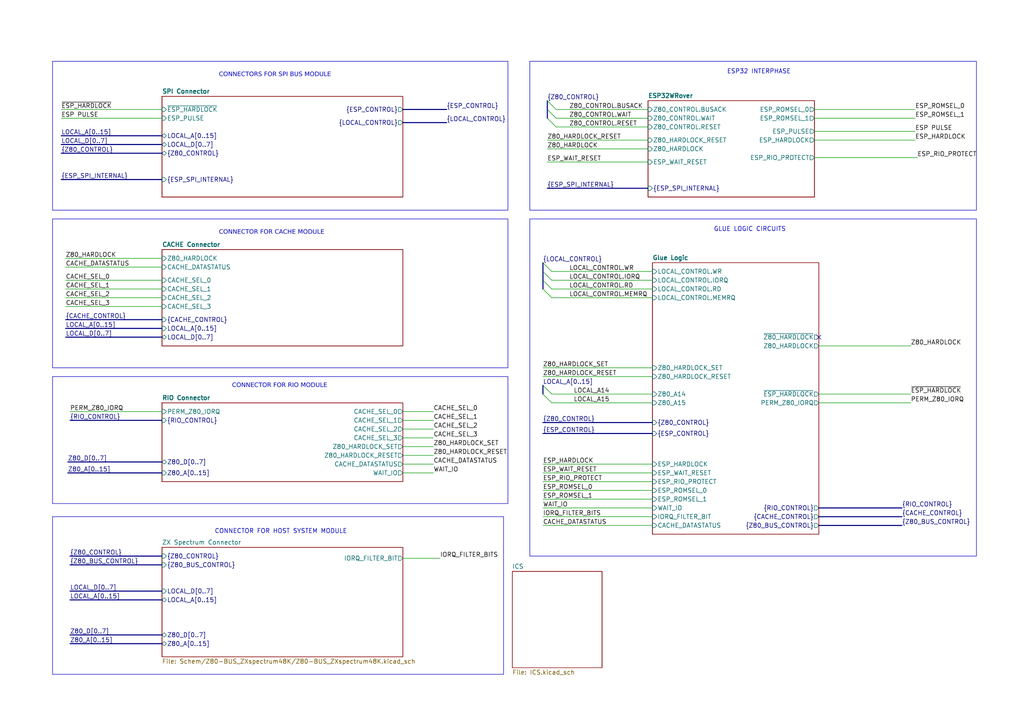
<source format=kicad_sch>
(kicad_sch (version 20230121) (generator eeschema)
  (paper "A4")
  (lib_symbols)
  (bus_alias "Z80_CONTROL" (members "Z80_CONTROL.RD" "Z80_CONTROL.WR" "Z80_CONTROL.IORQ" "Z80_CONTROL.MEMRQ" "Z80_CONTROL.BUSRQ" "Z80_CONTROL.WAIT" "Z80_CONTROL.ROMCS" "Z80_CONTROL.BUSACK" "Z80_CONTROL.NMI" "Z80_CONTROL.RESET"))
  (no_connect (at 237.49 97.79))
  (bus_entry (at 157.48 83.82) (size 2.54 2.54))
  (bus_entry (at 158.75 29.21) (size 2.54 2.54))
  (bus_entry (at 157.48 78.74) (size 2.54 2.54))
  (bus_entry (at 157.48 76.2) (size 2.54 2.54))
  (bus_entry (at 158.75 31.75) (size 2.54 2.54))
  (bus_entry (at 157.48 114.3) (size 2.54 2.54))
  (bus_entry (at 158.75 34.29) (size 2.54 2.54))
  (bus_entry (at 157.48 81.28) (size 2.54 2.54))
  (bus_entry (at 157.48 111.76) (size 2.54 2.54))
  (bus (pts (xy 158.75 29.21) (xy 158.75 31.75)))
  (wire (pts (xy 116.84 129.54) (xy 125.73 129.54)))
  (bus (pts (xy 20.32 173.99) (xy 46.99 173.99)))
  (bus (pts (xy 20.32 121.92) (xy 46.99 121.92)))
  (wire (pts (xy 160.02 78.74) (xy 189.23 78.74)))
  (bus (pts (xy 116.84 35.56) (xy 129.54 35.56)))
  (wire (pts (xy 116.84 137.16) (xy 125.73 137.16)))
  (wire (pts (xy 158.75 40.64) (xy 187.96 40.64)))
  (bus (pts (xy 20.32 163.83) (xy 46.99 163.83)))
  (bus (pts (xy 20.32 161.29) (xy 46.99 161.29)))
  (wire (pts (xy 157.48 134.62) (xy 189.23 134.62)))
  (bus (pts (xy 237.49 149.86) (xy 261.62 149.86)))
  (wire (pts (xy 116.84 132.08) (xy 125.73 132.08)))
  (wire (pts (xy 116.84 161.925) (xy 127.635 161.925)))
  (bus (pts (xy 116.84 31.75) (xy 129.54 31.75)))
  (bus (pts (xy 19.685 133.985) (xy 46.99 133.985)))
  (wire (pts (xy 157.48 147.32) (xy 189.23 147.32)))
  (bus (pts (xy 158.75 31.75) (xy 158.75 34.29)))
  (wire (pts (xy 160.02 83.82) (xy 189.23 83.82)))
  (bus (pts (xy 17.78 39.37) (xy 46.99 39.37)))
  (bus (pts (xy 237.49 152.4) (xy 261.62 152.4)))
  (wire (pts (xy 157.48 137.16) (xy 189.23 137.16)))
  (bus (pts (xy 19.05 92.71) (xy 46.99 92.71)))
  (bus (pts (xy 158.75 54.61) (xy 187.96 54.61)))
  (wire (pts (xy 158.75 43.18) (xy 187.96 43.18)))
  (bus (pts (xy 157.48 76.2) (xy 157.48 78.74)))
  (bus (pts (xy 17.78 41.91) (xy 46.99 41.91)))
  (bus (pts (xy 157.48 81.28) (xy 157.48 83.82)))
  (wire (pts (xy 236.22 45.72) (xy 266.065 45.72)))
  (wire (pts (xy 20.32 119.38) (xy 46.99 119.38)))
  (bus (pts (xy 19.05 95.25) (xy 46.99 95.25)))
  (wire (pts (xy 19.05 86.36) (xy 46.99 86.36)))
  (bus (pts (xy 157.48 125.73) (xy 189.23 125.73)))
  (wire (pts (xy 116.84 134.62) (xy 125.73 134.62)))
  (bus (pts (xy 157.48 78.74) (xy 157.48 81.28)))
  (wire (pts (xy 19.05 83.82) (xy 46.99 83.82)))
  (wire (pts (xy 160.02 116.84) (xy 189.23 116.84)))
  (wire (pts (xy 17.78 31.75) (xy 46.99 31.75)))
  (bus (pts (xy 20.32 171.45) (xy 46.99 171.45)))
  (bus (pts (xy 17.78 52.07) (xy 46.99 52.07)))
  (wire (pts (xy 116.84 121.92) (xy 125.73 121.92)))
  (bus (pts (xy 20.32 184.15) (xy 46.99 184.15)))
  (wire (pts (xy 237.49 100.33) (xy 264.16 100.33)))
  (wire (pts (xy 236.22 38.1) (xy 265.43 38.1)))
  (wire (pts (xy 236.22 31.75) (xy 265.43 31.75)))
  (wire (pts (xy 236.22 34.29) (xy 265.43 34.29)))
  (wire (pts (xy 237.49 114.3) (xy 264.16 114.3)))
  (wire (pts (xy 116.84 124.46) (xy 125.73 124.46)))
  (wire (pts (xy 116.84 119.38) (xy 125.73 119.38)))
  (wire (pts (xy 157.48 109.22) (xy 189.23 109.22)))
  (bus (pts (xy 157.48 111.76) (xy 157.48 114.3)))
  (wire (pts (xy 161.29 31.75) (xy 187.96 31.75)))
  (bus (pts (xy 17.78 44.45) (xy 46.99 44.45)))
  (wire (pts (xy 158.75 46.99) (xy 187.96 46.99)))
  (wire (pts (xy 157.48 142.24) (xy 189.23 142.24)))
  (wire (pts (xy 19.05 88.9) (xy 46.99 88.9)))
  (wire (pts (xy 157.48 144.78) (xy 189.23 144.78)))
  (wire (pts (xy 157.48 106.68) (xy 189.23 106.68)))
  (bus (pts (xy 19.05 97.79) (xy 46.99 97.79)))
  (wire (pts (xy 161.29 34.29) (xy 187.96 34.29)))
  (bus (pts (xy 20.32 186.69) (xy 46.99 186.69)))
  (wire (pts (xy 160.02 114.3) (xy 189.23 114.3)))
  (wire (pts (xy 237.49 116.84) (xy 264.16 116.84)))
  (wire (pts (xy 17.78 34.29) (xy 46.99 34.29)))
  (wire (pts (xy 160.02 81.28) (xy 189.23 81.28)))
  (bus (pts (xy 237.49 147.32) (xy 261.62 147.32)))
  (wire (pts (xy 19.05 74.93) (xy 46.99 74.93)))
  (wire (pts (xy 116.84 127) (xy 125.73 127)))
  (bus (pts (xy 19.685 137.16) (xy 46.99 137.16)))
  (wire (pts (xy 157.48 149.86) (xy 189.23 149.86)))
  (wire (pts (xy 161.29 36.83) (xy 187.96 36.83)))
  (wire (pts (xy 157.48 139.7) (xy 189.23 139.7)))
  (wire (pts (xy 157.48 152.4) (xy 189.23 152.4)))
  (bus (pts (xy 157.48 122.555) (xy 189.23 122.555)))
  (wire (pts (xy 19.05 77.47) (xy 46.99 77.47)))
  (wire (pts (xy 19.05 81.28) (xy 46.99 81.28)))
  (wire (pts (xy 160.02 86.36) (xy 189.23 86.36)))
  (wire (pts (xy 236.22 40.64) (xy 265.43 40.64)))
  (rectangle (start 153.67 63.5) (end 283.21 161.29))
  (rectangle (start 15.24 17.78) (end 147.32 60.96))
  (rectangle (start 15.24 109.22) (end 147.32 146.05))
  (rectangle (start 15.24 63.5) (end 147.32 106.68))
  (rectangle (start 153.67 17.78) (end 283.21 60.96))
  (rectangle (start 15.24 149.86) (end 146.05 195.58))
  (text "CONNECTORS FOR SPI BUS MODULE" (at 63.5 22.86 0) (effects (font (size 1.27 1.27)) (justify left bottom)))
  (text "CONNECTOR FOR CACHE MODULE\n" (at 63.5 68.58 0) (effects (font (size 1.27 1.27)) (justify left bottom)))
  (text "CONNECTOR FOR RIO MODULE" (at 67.31 113.03 0) (effects (font (size 1.27 1.27)) (justify left bottom)))
  (text "ESP32 INTERPHASE" (at 210.82 21.59 0) (effects (font (size 1.27 1.27)) (justify left bottom)))
  (text "CONNECTOR FOR HOST SYSTEM MODULE" (at 62.23 154.94 0) (effects (font (size 1.27 1.27)) (justify left bottom)))
  (text "GLUE LOGIC CIRCUITS" (at 207.01 67.31 0) (effects (font (size 1.27 1.27)) (justify left bottom)))
  (label "ESP_HARDLOCK" (at 265.43 40.64 0))
  (label "LOCAL_CONTROL.WR" (at 165.1 78.74 0))
  (label "CACHE_SEL_2" (at 19.05 86.36 0))
  (label "{ESP_CONTROL}" (at 129.54 31.75 0))
  (label "{LOCAL_CONTROL}" (at 129.54 35.56 0))
  (label "Z80_HARDLOCK_SET" (at 125.73 129.54 0))
  (label "{CACHE_CONTROL}" (at 261.62 149.86 0))
  (label "PERM_Z80_IORQ" (at 264.16 116.84 0))
  (label "Z80_HARDLOCK" (at 19.05 74.93 0))
  (label "Z80_HARDLOCK" (at 158.75 43.18 0))
  (label "LOCAL_CONTROL.IORQ" (at 165.1 81.28 0))
  (label "~{ESP_HARDLOCK}" (at 17.78 31.75 0))
  (label "{LOCAL_CONTROL}" (at 157.48 76.2 0))
  (label "ESP PULSE" (at 265.43 38.1 0))
  (label "LOCAL_D[0..7]" (at 17.78 41.91 0))
  (label "Z80_A[0..15]" (at 20.32 186.69 0))
  (label "LOCAL_A[0..15]" (at 19.05 95.25 0))
  (label "CACHE_SEL_0" (at 125.73 119.38 0))
  (label "CACHE_SEL_0" (at 19.05 81.28 0))
  (label "LOCAL_A[0..15]" (at 20.32 173.99 0))
  (label "{Z80_CONTROL}" (at 158.75 29.21 0))
  (label "{RIO_CONTROL}" (at 20.32 121.92 0))
  (label "Z80_HARDLOCK_SET" (at 157.48 106.68 0))
  (label "ESP_RIO_PROTECT" (at 266.065 45.72 0))
  (label "CACHE_SEL_2" (at 125.73 124.46 0))
  (label "ESP_WAIT_RESET" (at 157.48 137.16 0))
  (label "{Z80_BUS_CONTROL}" (at 261.62 152.4 0))
  (label "CACHE_SEL_3" (at 19.05 88.9 0))
  (label "LOCAL_CONTROL.RD" (at 165.1 83.82 0))
  (label "WAIT_IO" (at 157.48 147.32 0))
  (label "PERM_Z80_IORQ" (at 20.32 119.38 0))
  (label "{Z80_CONTROL}" (at 157.48 122.555 0))
  (label "{ESP_SPI_INTERNAL}" (at 158.75 54.61 0))
  (label "CACHE_DATASTATUS" (at 19.05 77.47 0))
  (label "ESP_ROMSEL_1" (at 157.48 144.78 0))
  (label "Z80_CONTROL.RESET" (at 165.1 36.83 0))
  (label "ESP_WAIT_RESET" (at 158.75 46.99 0))
  (label "{RIO_CONTROL}" (at 261.62 147.32 0))
  (label "{CACHE_CONTROL}" (at 19.05 92.71 0))
  (label "Z80_HARDLOCK_RESET" (at 157.48 109.22 0))
  (label "CACHE_DATASTATUS" (at 157.48 152.4 0))
  (label "{ESP_CONTROL}" (at 157.48 125.73 0))
  (label "{Z80_CONTROL}" (at 20.32 161.29 0))
  (label "ESP_ROMSEL_0" (at 157.48 142.24 0))
  (label "{Z80_BUS_CONTROL}" (at 20.32 163.83 0))
  (label "LOCAL_D[0..7]" (at 19.05 97.79 0))
  (label "{Z80_CONTROL}" (at 17.78 44.45 0))
  (label "Z80_HARDLOCK_RESET" (at 125.73 132.08 0))
  (label "ESP PULSE" (at 17.78 34.29 0))
  (label "Z80_HARDLOCK_RESET" (at 158.75 40.64 0))
  (label "Z80_CONTROL.BUSACK" (at 165.1 31.75 0))
  (label "Z80_A[0..15]" (at 19.685 137.16 0))
  (label "CACHE_SEL_3" (at 125.73 127 0))
  (label "ESP_ROMSEL_0" (at 265.43 31.75 0))
  (label "ESP_ROMSEL_1" (at 265.43 34.29 0))
  (label "{ESP_SPI_INTERNAL}" (at 17.78 52.07 0))
  (label "Z80_D[0..7]" (at 19.685 133.985 0))
  (label "IORQ_FILTER_BITS" (at 127.635 161.925 0))
  (label "ESP_RIO_PROTECT" (at 157.48 139.7 0))
  (label "LOCAL_A15" (at 166.37 116.84 0))
  (label "~{ESP_HARDLOCK}" (at 264.16 114.3 0))
  (label "ESP_HARDLOCK" (at 157.48 134.62 0))
  (label "LOCAL_A[0..15]" (at 157.48 111.76 0))
  (label "Z80_D[0..7]" (at 20.32 184.15 0))
  (label "LOCAL_A[0..15]" (at 17.78 39.37 0))
  (label "Z80_HARDLOCK" (at 264.16 100.33 0))
  (label "WAIT_IO" (at 125.73 137.16 0))
  (label "CACHE_SEL_1" (at 125.73 121.92 0))
  (label "Z80_CONTROL.WAIT" (at 165.1 34.29 0))
  (label "CACHE_DATASTATUS" (at 125.73 134.62 0))
  (label "IORQ_FILTER_BITS" (at 157.48 149.86 0))
  (label "LOCAL_CONTROL.MEMRQ" (at 165.1 86.36 0))
  (label "LOCAL_D[0..7]" (at 20.32 171.45 0))
  (label "LOCAL_A14" (at 166.37 114.3 0))
  (label "CACHE_SEL_1" (at 19.05 83.82 0))
  (sheet (at 189.23 76.2) (size 48.26 78.74) (stroke (width 0.1524))
    (property "Sheetname" "Glue Logic" (at 189.23 75.4884 0) (effects (font bold) (justify left bottom)))
    (property "Sheetfile" "Schem/GLUE_ZXspectrum/GLUE_ZXspectrum.kicad_sch" (effects hide))
    (pin "PERM_Z80_IORQ" output (at 237.49 116.84 0))
    (pin "WAIT_IO" input (at 189.23 147.32 180))
    (pin "ESP_HARDLOCK" input (at 189.23 134.62 180))
    (pin "IORQ_FILTER_BIT" input (at 189.23 149.86 180))
    (pin "ESP_WAIT_RESET" input (at 189.23 137.16 180))
    (pin "Z80_HARDLOCK" output (at 237.49 100.33 0))
    (pin "~{ESP_HARDLOCK}" output (at 237.49 114.3 0))
    (pin "Z80_A15" input (at 189.23 116.84 180))
    (pin "Z80_A14" input (at 189.23 114.3 180))
    (pin "CACHE_DATASTATUS" input (at 189.23 152.4 180))
    (pin "Z80_HARDLOCK_RESET" input (at 189.23 109.22 180))
    (pin "Z80_HARDLOCK_SET" input (at 189.23 106.68 180))
    (pin "~{Z80_HARDLOCK}" output (at 237.49 97.79 0))
    (pin "{Z80_BUS_CONTROL}" output (at 237.49 152.4 0))
    (pin "{RIO_CONTROL}" output (at 237.49 147.32 0))
    (pin "{CACHE_CONTROL}" output (at 237.49 149.86 0))
    (pin "ESP_ROMSEL_0" input (at 189.23 142.24 180))
    (pin "ESP_ROMSEL_1" input (at 189.23 144.78 180))
    (pin "ESP_RIO_PROTECT" input (at 189.23 139.7 180))
    (pin "LOCAL_CONTROL.WR" input (at 189.23 78.74 180))
    (pin "LOCAL_CONTROL.IORQ" input (at 189.23 81.28 180))
    (pin "LOCAL_CONTROL.RD" input (at 189.23 83.82 180))
    (pin "LOCAL_CONTROL.MEMRQ" input (at 189.23 86.36 180))
    (pin "{ESP_CONTROL}" input (at 189.23 125.73 180))
    (pin "{Z80_CONTROL}" input (at 189.23 122.555 180))
  )
  (sheet (at 46.99 116.84) (size 69.85 22.86) (stroke (width 0.1524))
    (property "Sheetname" "RIO Connector" (at 46.99 116.1284 0) (effects (font bold) (justify left bottom)))
    (property "Sheetfile" "Impl/RIO-128K_ZXspectrum_impl_narrow_V1/RIO-128K_ZXspectrum_connector.kicad_sch" (effects hide))
    (pin "Z80_A[0..15]" input (at 46.99 137.16 180))
    (pin "Z80_D[0..7]" bidirectional (at 46.99 133.985 180))
    (pin "PERM_Z80_IORQ" input (at 46.99 119.38 180))
    (pin "WAIT_IO" output (at 116.84 137.16 0))
    (pin "CACHE_SEL_0" output (at 116.84 119.38 0))
    (pin "{RIO_CONTROL}" input (at 46.99 121.92 180))
    (pin "Z80_HARDLOCK_RESET" output (at 116.84 132.08 0))
    (pin "CACHE_DATASTATUS" output (at 116.84 134.62 0))
    (pin "CACHE_SEL_3" output (at 116.84 127 0))
    (pin "Z80_HARDLOCK_SET" output (at 116.84 129.54 0))
    (pin "CACHE_SEL_2" output (at 116.84 124.46 0))
    (pin "CACHE_SEL_1" output (at 116.84 121.92 0))
  )
  (sheet (at 46.99 27.94) (size 69.85 29.21) (stroke (width 0.1524))
    (property "Sheetname" "SPI Connector" (at 46.99 27.2284 0) (effects (font bold) (justify left bottom)))
    (property "Sheetfile" "Impl/SPI-Z80-BUS_ZXspectrum_impl_V2/SPI-Z80-BUS_ZXspectrum_impl_connector.kicad_sch" (effects hide))
    (pin "{Z80_CONTROL}" bidirectional (at 46.99 44.45 180))
    (pin "{ESP_CONTROL}" output (at 116.84 31.75 0))
    (pin "{LOCAL_CONTROL}" output (at 116.84 35.56 0))
    (pin "LOCAL_D[0..7]" bidirectional (at 46.99 41.91 180))
    (pin "~{ESP_HARDLOCK}" input (at 46.99 31.75 180))
    (pin "ESP_PULSE" input (at 46.99 34.29 180))
    (pin "LOCAL_A[0..15]" bidirectional (at 46.99 39.37 180))
    (pin "{ESP_SPI_INTERNAL}" input (at 46.99 52.07 180))
  )
  (sheet (at 46.99 158.75) (size 69.85 31.75) (stroke (width 0.1524))
    (property "Sheetname" "ZX Spectrum Connector" (at 46.99 158.0384 0) (effects (justify left bottom)))
    (property "Sheetfile" "Schem/Z80-BUS_ZXspectrum48K/Z80-BUS_ZXspectrum48K.kicad_sch" (at 46.99 191.0846 0) (effects (justify left top)))
    (pin "Z80_A[0..15]" bidirectional (at 46.99 186.69 180))
    (pin "{Z80_CONTROL}" input (at 46.99 161.29 180))
    (pin "LOCAL_A[0..15]" bidirectional (at 46.99 173.99 180))
    (pin "Z80_D[0..7]" bidirectional (at 46.99 184.15 180))
    (pin "LOCAL_D[0..7]" input (at 46.99 171.45 180))
    (pin "{Z80_BUS_CONTROL}" input (at 46.99 163.83 180))
    (pin "IORQ_FILTER_BIT" output (at 116.84 161.925 0))
  )
  (sheet (at 187.96 29.21) (size 48.26 27.94) (stroke (width 0.1524))
    (property "Sheetname" "ESP32WRover" (at 187.96 28.4984 0) (effects (font bold) (justify left bottom)))
    (property "Sheetfile" "Schem/CORE_ESP32-WROVER/CORE_ESP32-WROVER.kicad_sch" (effects hide))
    (pin "Z80_HARDLOCK" input (at 187.96 43.18 180))
    (pin "ESP_WAIT_RESET" input (at 187.96 46.99 180))
    (pin "{ESP_SPI_INTERNAL}" input (at 187.96 54.61 180))
    (pin "Z80_CONTROL.BUSACK" input (at 187.96 31.75 180))
    (pin "Z80_CONTROL.WAIT" input (at 187.96 34.29 180))
    (pin "Z80_HARDLOCK_RESET" input (at 187.96 40.64 180))
    (pin "Z80_CONTROL.RESET" input (at 187.96 36.83 180))
    (pin "ESP_ROMSEL_0" output (at 236.22 31.75 0))
    (pin "ESP_ROMSEL_1" output (at 236.22 34.29 0))
    (pin "ESP_HARDLOCK" output (at 236.22 40.64 0))
    (pin "ESP_PULSE" output (at 236.22 38.1 0))
    (pin "ESP_RIO_PROTECT" output (at 236.22 45.72 0))
  )
  (sheet (at 46.99 72.39) (size 69.85 27.94) (stroke (width 0.1524))
    (property "Sheetname" "CACHE Connector" (at 46.99 71.6784 0) (effects (font bold) (justify left bottom)))
    (property "Sheetfile" "Impl/IOCACHE-128K_ZXspectrum_impl_narrow_V1/IOCACHE-128K_ZXspectrum_connectors.kicad_sch" (effects hide))
    (pin "LOCAL_D[0..7]" bidirectional (at 46.99 97.79 180))
    (pin "LOCAL_A[0..15]" input (at 46.99 95.25 180))
    (pin "Z80_HARDLOCK" input (at 46.99 74.93 180))
    (pin "{CACHE_CONTROL}" input (at 46.99 92.71 180))
    (pin "CACHE_DATASTATUS" input (at 46.99 77.47 180))
    (pin "CACHE_SEL_2" input (at 46.99 86.36 180))
    (pin "CACHE_SEL_1" input (at 46.99 83.82 180))
    (pin "CACHE_SEL_0" input (at 46.99 81.28 180))
    (pin "CACHE_SEL_3" input (at 46.99 88.9 180))
  )
  (sheet (at 148.59 165.735) (size 26.035 27.94) (stroke (width 0.1524))
    (property "Sheetname" "ICS" (at 148.59 165.0234 0) (effects (justify left bottom)))
    (property "Sheetfile" "ICS.kicad_sch" (at 148.59 194.2596 0) (effects (justify left top)))
  )
)
</source>
